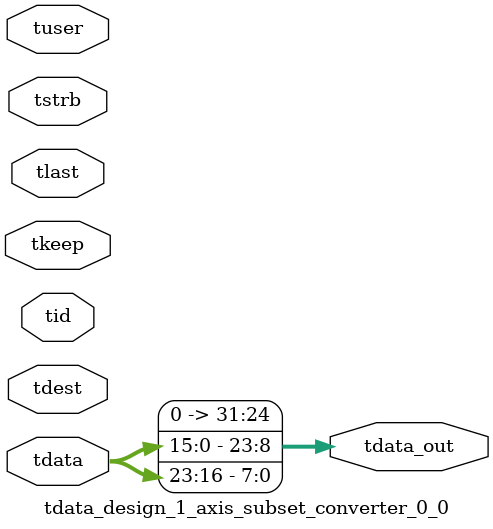
<source format=v>


`timescale 1ps/1ps

module tdata_design_1_axis_subset_converter_0_0 #
(
parameter C_S_AXIS_TDATA_WIDTH = 32,
parameter C_S_AXIS_TUSER_WIDTH = 0,
parameter C_S_AXIS_TID_WIDTH   = 0,
parameter C_S_AXIS_TDEST_WIDTH = 0,
parameter C_M_AXIS_TDATA_WIDTH = 32
)
(
input  [(C_S_AXIS_TDATA_WIDTH == 0 ? 1 : C_S_AXIS_TDATA_WIDTH)-1:0     ] tdata,
input  [(C_S_AXIS_TUSER_WIDTH == 0 ? 1 : C_S_AXIS_TUSER_WIDTH)-1:0     ] tuser,
input  [(C_S_AXIS_TID_WIDTH   == 0 ? 1 : C_S_AXIS_TID_WIDTH)-1:0       ] tid,
input  [(C_S_AXIS_TDEST_WIDTH == 0 ? 1 : C_S_AXIS_TDEST_WIDTH)-1:0     ] tdest,
input  [(C_S_AXIS_TDATA_WIDTH/8)-1:0 ] tkeep,
input  [(C_S_AXIS_TDATA_WIDTH/8)-1:0 ] tstrb,
input                                                                    tlast,
output [C_M_AXIS_TDATA_WIDTH-1:0] tdata_out
);

assign tdata_out = {tdata[15:8],tdata[7:0],tdata[23:16]};

endmodule


</source>
